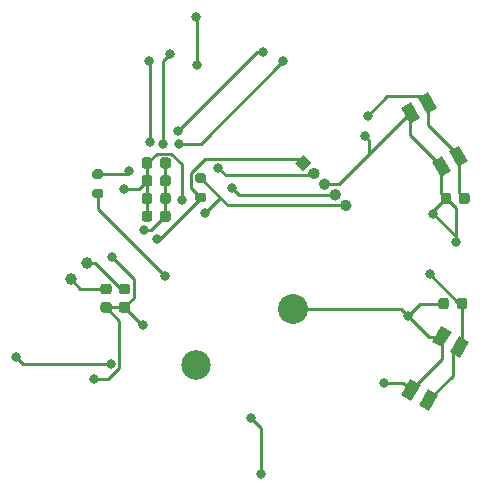
<source format=gbr>
%TF.GenerationSoftware,KiCad,Pcbnew,5.1.8-1.fc33*%
%TF.CreationDate,2020-12-06T10:48:01+01:00*%
%TF.ProjectId,lightring,6c696768-7472-4696-9e67-2e6b69636164,rev?*%
%TF.SameCoordinates,Original*%
%TF.FileFunction,Copper,L2,Bot*%
%TF.FilePolarity,Positive*%
%FSLAX46Y46*%
G04 Gerber Fmt 4.6, Leading zero omitted, Abs format (unit mm)*
G04 Created by KiCad (PCBNEW 5.1.8-1.fc33) date 2020-12-06 10:48:01*
%MOMM*%
%LPD*%
G01*
G04 APERTURE LIST*
%TA.AperFunction,ComponentPad*%
%ADD10C,2.500000*%
%TD*%
%TA.AperFunction,ComponentPad*%
%ADD11C,2.540000*%
%TD*%
%TA.AperFunction,SMDPad,CuDef*%
%ADD12C,0.100000*%
%TD*%
%TA.AperFunction,ComponentPad*%
%ADD13C,1.000000*%
%TD*%
%TA.AperFunction,ComponentPad*%
%ADD14C,0.100000*%
%TD*%
%TA.AperFunction,ViaPad*%
%ADD15C,0.800000*%
%TD*%
%TA.AperFunction,Conductor*%
%ADD16C,0.250000*%
%TD*%
G04 APERTURE END LIST*
D10*
%TO.P,BT1,1*%
%TO.N,VCC*%
X167100000Y-89600000D03*
D11*
%TO.P,BT1,2*%
%TO.N,GND*%
X175353222Y-84835000D03*
%TD*%
%TO.P,R43,1*%
%TO.N,VCC*%
%TA.AperFunction,SMDPad,CuDef*%
G36*
G01*
X167225000Y-73375000D02*
X167775000Y-73375000D01*
G75*
G02*
X167975000Y-73575000I0J-200000D01*
G01*
X167975000Y-73975000D01*
G75*
G02*
X167775000Y-74175000I-200000J0D01*
G01*
X167225000Y-74175000D01*
G75*
G02*
X167025000Y-73975000I0J200000D01*
G01*
X167025000Y-73575000D01*
G75*
G02*
X167225000Y-73375000I200000J0D01*
G01*
G37*
%TD.AperFunction*%
%TO.P,R43,2*%
%TO.N,Net-(J1-Pad1)*%
%TA.AperFunction,SMDPad,CuDef*%
G36*
G01*
X167225000Y-75025000D02*
X167775000Y-75025000D01*
G75*
G02*
X167975000Y-75225000I0J-200000D01*
G01*
X167975000Y-75625000D01*
G75*
G02*
X167775000Y-75825000I-200000J0D01*
G01*
X167225000Y-75825000D01*
G75*
G02*
X167025000Y-75625000I0J200000D01*
G01*
X167025000Y-75225000D01*
G75*
G02*
X167225000Y-75025000I200000J0D01*
G01*
G37*
%TD.AperFunction*%
%TD*%
%TA.AperFunction,SMDPad,CuDef*%
D12*
%TO.P,SW1,2*%
%TO.N,GND*%
G36*
X184430865Y-67830513D02*
G01*
X185296891Y-67330513D01*
X186071891Y-68672853D01*
X185205865Y-69172853D01*
X184430865Y-67830513D01*
G37*
%TD.AperFunction*%
%TA.AperFunction,SMDPad,CuDef*%
G36*
X187055865Y-72377147D02*
G01*
X187921891Y-71877147D01*
X188696891Y-73219487D01*
X187830865Y-73719487D01*
X187055865Y-72377147D01*
G37*
%TD.AperFunction*%
%TA.AperFunction,SMDPad,CuDef*%
%TO.P,SW1,1*%
%TO.N,WAKE*%
G36*
X188528109Y-71527147D02*
G01*
X189394135Y-71027147D01*
X190169135Y-72369487D01*
X189303109Y-72869487D01*
X188528109Y-71527147D01*
G37*
%TD.AperFunction*%
%TA.AperFunction,SMDPad,CuDef*%
G36*
X185903109Y-66980513D02*
G01*
X186769135Y-66480513D01*
X187544135Y-67822853D01*
X186678109Y-68322853D01*
X185903109Y-66980513D01*
G37*
%TD.AperFunction*%
%TD*%
%TA.AperFunction,SMDPad,CuDef*%
%TO.P,SW2,1*%
%TO.N,SET*%
G36*
X189353109Y-87130513D02*
G01*
X190219135Y-87630513D01*
X189444135Y-88972853D01*
X188578109Y-88472853D01*
X189353109Y-87130513D01*
G37*
%TD.AperFunction*%
%TA.AperFunction,SMDPad,CuDef*%
G36*
X186728109Y-91677147D02*
G01*
X187594135Y-92177147D01*
X186819135Y-93519487D01*
X185953109Y-93019487D01*
X186728109Y-91677147D01*
G37*
%TD.AperFunction*%
%TA.AperFunction,SMDPad,CuDef*%
%TO.P,SW2,2*%
%TO.N,GND*%
G36*
X185255865Y-90827147D02*
G01*
X186121891Y-91327147D01*
X185346891Y-92669487D01*
X184480865Y-92169487D01*
X185255865Y-90827147D01*
G37*
%TD.AperFunction*%
%TA.AperFunction,SMDPad,CuDef*%
G36*
X187880865Y-86280513D02*
G01*
X188746891Y-86780513D01*
X187971891Y-88122853D01*
X187105865Y-87622853D01*
X187880865Y-86280513D01*
G37*
%TD.AperFunction*%
%TD*%
D13*
%TO.P,Y1,1*%
%TO.N,XTAL1*%
X156500000Y-82350000D03*
%TO.P,Y1,2*%
%TO.N,XTAL2*%
X157843503Y-81006497D03*
%TD*%
%TO.P,C1,2*%
%TO.N,GND*%
%TA.AperFunction,SMDPad,CuDef*%
G36*
G01*
X159250000Y-84275000D02*
X159750000Y-84275000D01*
G75*
G02*
X159975000Y-84500000I0J-225000D01*
G01*
X159975000Y-84950000D01*
G75*
G02*
X159750000Y-85175000I-225000J0D01*
G01*
X159250000Y-85175000D01*
G75*
G02*
X159025000Y-84950000I0J225000D01*
G01*
X159025000Y-84500000D01*
G75*
G02*
X159250000Y-84275000I225000J0D01*
G01*
G37*
%TD.AperFunction*%
%TO.P,C1,1*%
%TO.N,XTAL1*%
%TA.AperFunction,SMDPad,CuDef*%
G36*
G01*
X159250000Y-82725000D02*
X159750000Y-82725000D01*
G75*
G02*
X159975000Y-82950000I0J-225000D01*
G01*
X159975000Y-83400000D01*
G75*
G02*
X159750000Y-83625000I-225000J0D01*
G01*
X159250000Y-83625000D01*
G75*
G02*
X159025000Y-83400000I0J225000D01*
G01*
X159025000Y-82950000D01*
G75*
G02*
X159250000Y-82725000I225000J0D01*
G01*
G37*
%TD.AperFunction*%
%TD*%
%TO.P,C2,1*%
%TO.N,VCC*%
%TA.AperFunction,SMDPad,CuDef*%
G36*
G01*
X162525000Y-75750000D02*
X162525000Y-75250000D01*
G75*
G02*
X162750000Y-75025000I225000J0D01*
G01*
X163200000Y-75025000D01*
G75*
G02*
X163425000Y-75250000I0J-225000D01*
G01*
X163425000Y-75750000D01*
G75*
G02*
X163200000Y-75975000I-225000J0D01*
G01*
X162750000Y-75975000D01*
G75*
G02*
X162525000Y-75750000I0J225000D01*
G01*
G37*
%TD.AperFunction*%
%TO.P,C2,2*%
%TO.N,GND*%
%TA.AperFunction,SMDPad,CuDef*%
G36*
G01*
X164075000Y-75750000D02*
X164075000Y-75250000D01*
G75*
G02*
X164300000Y-75025000I225000J0D01*
G01*
X164750000Y-75025000D01*
G75*
G02*
X164975000Y-75250000I0J-225000D01*
G01*
X164975000Y-75750000D01*
G75*
G02*
X164750000Y-75975000I-225000J0D01*
G01*
X164300000Y-75975000D01*
G75*
G02*
X164075000Y-75750000I0J225000D01*
G01*
G37*
%TD.AperFunction*%
%TD*%
%TO.P,C3,2*%
%TO.N,WAKE*%
%TA.AperFunction,SMDPad,CuDef*%
G36*
G01*
X189375000Y-75750000D02*
X189375000Y-75250000D01*
G75*
G02*
X189600000Y-75025000I225000J0D01*
G01*
X190050000Y-75025000D01*
G75*
G02*
X190275000Y-75250000I0J-225000D01*
G01*
X190275000Y-75750000D01*
G75*
G02*
X190050000Y-75975000I-225000J0D01*
G01*
X189600000Y-75975000D01*
G75*
G02*
X189375000Y-75750000I0J225000D01*
G01*
G37*
%TD.AperFunction*%
%TO.P,C3,1*%
%TO.N,GND*%
%TA.AperFunction,SMDPad,CuDef*%
G36*
G01*
X187825000Y-75750000D02*
X187825000Y-75250000D01*
G75*
G02*
X188050000Y-75025000I225000J0D01*
G01*
X188500000Y-75025000D01*
G75*
G02*
X188725000Y-75250000I0J-225000D01*
G01*
X188725000Y-75750000D01*
G75*
G02*
X188500000Y-75975000I-225000J0D01*
G01*
X188050000Y-75975000D01*
G75*
G02*
X187825000Y-75750000I0J225000D01*
G01*
G37*
%TD.AperFunction*%
%TD*%
%TO.P,C4,1*%
%TO.N,GND*%
%TA.AperFunction,SMDPad,CuDef*%
G36*
G01*
X187625000Y-84650000D02*
X187625000Y-84150000D01*
G75*
G02*
X187850000Y-83925000I225000J0D01*
G01*
X188300000Y-83925000D01*
G75*
G02*
X188525000Y-84150000I0J-225000D01*
G01*
X188525000Y-84650000D01*
G75*
G02*
X188300000Y-84875000I-225000J0D01*
G01*
X187850000Y-84875000D01*
G75*
G02*
X187625000Y-84650000I0J225000D01*
G01*
G37*
%TD.AperFunction*%
%TO.P,C4,2*%
%TO.N,SET*%
%TA.AperFunction,SMDPad,CuDef*%
G36*
G01*
X189175000Y-84650000D02*
X189175000Y-84150000D01*
G75*
G02*
X189400000Y-83925000I225000J0D01*
G01*
X189850000Y-83925000D01*
G75*
G02*
X190075000Y-84150000I0J-225000D01*
G01*
X190075000Y-84650000D01*
G75*
G02*
X189850000Y-84875000I-225000J0D01*
G01*
X189400000Y-84875000D01*
G75*
G02*
X189175000Y-84650000I0J225000D01*
G01*
G37*
%TD.AperFunction*%
%TD*%
%TO.P,C5,1*%
%TO.N,XTAL2*%
%TA.AperFunction,SMDPad,CuDef*%
G36*
G01*
X160800000Y-82725000D02*
X161300000Y-82725000D01*
G75*
G02*
X161525000Y-82950000I0J-225000D01*
G01*
X161525000Y-83400000D01*
G75*
G02*
X161300000Y-83625000I-225000J0D01*
G01*
X160800000Y-83625000D01*
G75*
G02*
X160575000Y-83400000I0J225000D01*
G01*
X160575000Y-82950000D01*
G75*
G02*
X160800000Y-82725000I225000J0D01*
G01*
G37*
%TD.AperFunction*%
%TO.P,C5,2*%
%TO.N,GND*%
%TA.AperFunction,SMDPad,CuDef*%
G36*
G01*
X160800000Y-84275000D02*
X161300000Y-84275000D01*
G75*
G02*
X161525000Y-84500000I0J-225000D01*
G01*
X161525000Y-84950000D01*
G75*
G02*
X161300000Y-85175000I-225000J0D01*
G01*
X160800000Y-85175000D01*
G75*
G02*
X160575000Y-84950000I0J225000D01*
G01*
X160575000Y-84500000D01*
G75*
G02*
X160800000Y-84275000I225000J0D01*
G01*
G37*
%TD.AperFunction*%
%TD*%
%TO.P,C6,2*%
%TO.N,GND*%
%TA.AperFunction,SMDPad,CuDef*%
G36*
G01*
X164075000Y-77250000D02*
X164075000Y-76750000D01*
G75*
G02*
X164300000Y-76525000I225000J0D01*
G01*
X164750000Y-76525000D01*
G75*
G02*
X164975000Y-76750000I0J-225000D01*
G01*
X164975000Y-77250000D01*
G75*
G02*
X164750000Y-77475000I-225000J0D01*
G01*
X164300000Y-77475000D01*
G75*
G02*
X164075000Y-77250000I0J225000D01*
G01*
G37*
%TD.AperFunction*%
%TO.P,C6,1*%
%TO.N,VCC*%
%TA.AperFunction,SMDPad,CuDef*%
G36*
G01*
X162525000Y-77250000D02*
X162525000Y-76750000D01*
G75*
G02*
X162750000Y-76525000I225000J0D01*
G01*
X163200000Y-76525000D01*
G75*
G02*
X163425000Y-76750000I0J-225000D01*
G01*
X163425000Y-77250000D01*
G75*
G02*
X163200000Y-77475000I-225000J0D01*
G01*
X162750000Y-77475000D01*
G75*
G02*
X162525000Y-77250000I0J225000D01*
G01*
G37*
%TD.AperFunction*%
%TD*%
%TO.P,C7,1*%
%TO.N,VCC*%
%TA.AperFunction,SMDPad,CuDef*%
G36*
G01*
X162525000Y-72750000D02*
X162525000Y-72250000D01*
G75*
G02*
X162750000Y-72025000I225000J0D01*
G01*
X163200000Y-72025000D01*
G75*
G02*
X163425000Y-72250000I0J-225000D01*
G01*
X163425000Y-72750000D01*
G75*
G02*
X163200000Y-72975000I-225000J0D01*
G01*
X162750000Y-72975000D01*
G75*
G02*
X162525000Y-72750000I0J225000D01*
G01*
G37*
%TD.AperFunction*%
%TO.P,C7,2*%
%TO.N,GND*%
%TA.AperFunction,SMDPad,CuDef*%
G36*
G01*
X164075000Y-72750000D02*
X164075000Y-72250000D01*
G75*
G02*
X164300000Y-72025000I225000J0D01*
G01*
X164750000Y-72025000D01*
G75*
G02*
X164975000Y-72250000I0J-225000D01*
G01*
X164975000Y-72750000D01*
G75*
G02*
X164750000Y-72975000I-225000J0D01*
G01*
X164300000Y-72975000D01*
G75*
G02*
X164075000Y-72750000I0J225000D01*
G01*
G37*
%TD.AperFunction*%
%TD*%
%TO.P,C8,2*%
%TO.N,GND*%
%TA.AperFunction,SMDPad,CuDef*%
G36*
G01*
X164075000Y-74250000D02*
X164075000Y-73750000D01*
G75*
G02*
X164300000Y-73525000I225000J0D01*
G01*
X164750000Y-73525000D01*
G75*
G02*
X164975000Y-73750000I0J-225000D01*
G01*
X164975000Y-74250000D01*
G75*
G02*
X164750000Y-74475000I-225000J0D01*
G01*
X164300000Y-74475000D01*
G75*
G02*
X164075000Y-74250000I0J225000D01*
G01*
G37*
%TD.AperFunction*%
%TO.P,C8,1*%
%TO.N,VCC*%
%TA.AperFunction,SMDPad,CuDef*%
G36*
G01*
X162525000Y-74250000D02*
X162525000Y-73750000D01*
G75*
G02*
X162750000Y-73525000I225000J0D01*
G01*
X163200000Y-73525000D01*
G75*
G02*
X163425000Y-73750000I0J-225000D01*
G01*
X163425000Y-74250000D01*
G75*
G02*
X163200000Y-74475000I-225000J0D01*
G01*
X162750000Y-74475000D01*
G75*
G02*
X162525000Y-74250000I0J225000D01*
G01*
G37*
%TD.AperFunction*%
%TD*%
%TA.AperFunction,ComponentPad*%
D14*
%TO.P,J1,1*%
%TO.N,Net-(J1-Pad1)*%
G36*
X176200000Y-73207107D02*
G01*
X175492893Y-72500000D01*
X176200000Y-71792893D01*
X176907107Y-72500000D01*
X176200000Y-73207107D01*
G37*
%TD.AperFunction*%
%TO.P,J1,2*%
%TO.N,SWDIO*%
%TA.AperFunction,ComponentPad*%
G36*
G01*
X176744473Y-73751579D02*
X176744473Y-73751579D01*
G75*
G02*
X176744473Y-73044473I353553J353553D01*
G01*
X176744473Y-73044473D01*
G75*
G02*
X177451579Y-73044473I353553J-353553D01*
G01*
X177451579Y-73044473D01*
G75*
G02*
X177451579Y-73751579I-353553J-353553D01*
G01*
X177451579Y-73751579D01*
G75*
G02*
X176744473Y-73751579I-353553J353553D01*
G01*
G37*
%TD.AperFunction*%
%TO.P,J1,3*%
%TO.N,GND*%
%TA.AperFunction,ComponentPad*%
G36*
G01*
X177642498Y-74649604D02*
X177642498Y-74649604D01*
G75*
G02*
X177642498Y-73942498I353553J353553D01*
G01*
X177642498Y-73942498D01*
G75*
G02*
X178349604Y-73942498I353553J-353553D01*
G01*
X178349604Y-73942498D01*
G75*
G02*
X178349604Y-74649604I-353553J-353553D01*
G01*
X178349604Y-74649604D01*
G75*
G02*
X177642498Y-74649604I-353553J353553D01*
G01*
G37*
%TD.AperFunction*%
%TO.P,J1,4*%
%TO.N,SWCLK*%
%TA.AperFunction,ComponentPad*%
G36*
G01*
X178540524Y-75547630D02*
X178540524Y-75547630D01*
G75*
G02*
X178540524Y-74840524I353553J353553D01*
G01*
X178540524Y-74840524D01*
G75*
G02*
X179247630Y-74840524I353553J-353553D01*
G01*
X179247630Y-74840524D01*
G75*
G02*
X179247630Y-75547630I-353553J-353553D01*
G01*
X179247630Y-75547630D01*
G75*
G02*
X178540524Y-75547630I-353553J353553D01*
G01*
G37*
%TD.AperFunction*%
%TO.P,J1,5*%
%TO.N,VCC*%
%TA.AperFunction,ComponentPad*%
G36*
G01*
X179438549Y-76445655D02*
X179438549Y-76445655D01*
G75*
G02*
X179438549Y-75738549I353553J353553D01*
G01*
X179438549Y-75738549D01*
G75*
G02*
X180145655Y-75738549I353553J-353553D01*
G01*
X180145655Y-75738549D01*
G75*
G02*
X180145655Y-76445655I-353553J-353553D01*
G01*
X180145655Y-76445655D01*
G75*
G02*
X179438549Y-76445655I-353553J353553D01*
G01*
G37*
%TD.AperFunction*%
%TD*%
%TO.P,R44,2*%
%TO.N,Net-(D43-Pad2)*%
%TA.AperFunction,SMDPad,CuDef*%
G36*
G01*
X158525000Y-74700000D02*
X159075000Y-74700000D01*
G75*
G02*
X159275000Y-74900000I0J-200000D01*
G01*
X159275000Y-75300000D01*
G75*
G02*
X159075000Y-75500000I-200000J0D01*
G01*
X158525000Y-75500000D01*
G75*
G02*
X158325000Y-75300000I0J200000D01*
G01*
X158325000Y-74900000D01*
G75*
G02*
X158525000Y-74700000I200000J0D01*
G01*
G37*
%TD.AperFunction*%
%TO.P,R44,1*%
%TO.N,WORK*%
%TA.AperFunction,SMDPad,CuDef*%
G36*
G01*
X158525000Y-73050000D02*
X159075000Y-73050000D01*
G75*
G02*
X159275000Y-73250000I0J-200000D01*
G01*
X159275000Y-73650000D01*
G75*
G02*
X159075000Y-73850000I-200000J0D01*
G01*
X158525000Y-73850000D01*
G75*
G02*
X158325000Y-73650000I0J200000D01*
G01*
X158325000Y-73250000D01*
G75*
G02*
X158525000Y-73050000I200000J0D01*
G01*
G37*
%TD.AperFunction*%
%TD*%
D15*
%TO.N,VCC*%
X161000000Y-74700000D03*
X165900000Y-75600000D03*
X167900000Y-76700000D03*
%TO.N,GND*%
X181400000Y-70200000D03*
X162700000Y-78200000D03*
X160000000Y-80500000D03*
X167200000Y-64200000D03*
X167100000Y-60100000D03*
X189100000Y-79200000D03*
X185069142Y-85430858D03*
X183000000Y-91100000D03*
X172600000Y-98800000D03*
X171800000Y-94100000D03*
X158500000Y-90800000D03*
X187200000Y-76800000D03*
X162600000Y-86200000D03*
%TO.N,WAKE*%
X181650000Y-68500000D03*
%TO.N,SET*%
X186900000Y-81900000D03*
%TO.N,M1*%
X165600000Y-69800000D03*
X172800000Y-63100000D03*
%TO.N,M2*%
X165700000Y-70900000D03*
X174500000Y-63900000D03*
%TO.N,M20*%
X159900000Y-89500000D03*
X151900000Y-88900000D03*
%TO.N,M28*%
X163200000Y-70700000D03*
X163100000Y-63900000D03*
%TO.N,M29*%
X164300000Y-70900000D03*
X164900000Y-63300000D03*
%TO.N,SWDIO*%
X169000000Y-72900000D03*
%TO.N,SWCLK*%
X170200000Y-74600000D03*
%TO.N,Net-(J1-Pad1)*%
X163800000Y-78900000D03*
%TO.N,Net-(D43-Pad2)*%
X164500000Y-82100000D03*
%TO.N,WORK*%
X161400000Y-73200000D03*
%TD*%
D16*
%TO.N,VCC*%
X162975000Y-72500000D02*
X162975000Y-77000000D01*
X162275000Y-74700000D02*
X162975000Y-74000000D01*
X161000000Y-74700000D02*
X162275000Y-74700000D01*
X169817102Y-76092102D02*
X179792102Y-76092102D01*
X165900000Y-72622166D02*
X165900000Y-75600000D01*
X164977824Y-71699990D02*
X165900000Y-72622166D01*
X163775010Y-71699990D02*
X164977824Y-71699990D01*
X162975000Y-72500000D02*
X163775010Y-71699990D01*
X169062500Y-75537500D02*
X169262500Y-75537500D01*
X167900000Y-76700000D02*
X169062500Y-75537500D01*
X169262500Y-75537500D02*
X169817102Y-76092102D01*
X167500000Y-73775000D02*
X169262500Y-75537500D01*
%TO.N,GND*%
X177996051Y-74296051D02*
X179207010Y-74296051D01*
X185251378Y-70173317D02*
X187876378Y-72798317D01*
X185251378Y-68251683D02*
X185251378Y-70173317D01*
X181801530Y-70601530D02*
X181801530Y-71701530D01*
X181400000Y-70200000D02*
X181801530Y-70601530D01*
X181801530Y-71701530D02*
X185251378Y-68251683D01*
X179207010Y-74296051D02*
X181801530Y-71701530D01*
X164525000Y-72500000D02*
X164525000Y-77000000D01*
X163325000Y-78200000D02*
X164525000Y-77000000D01*
X162700000Y-78200000D02*
X163325000Y-78200000D01*
X159500000Y-84725000D02*
X161050000Y-84725000D01*
X161850010Y-82350010D02*
X160000000Y-80500000D01*
X161850010Y-83924990D02*
X161850010Y-82350010D01*
X161050000Y-84725000D02*
X161850010Y-83924990D01*
X167200000Y-60200000D02*
X167100000Y-60100000D01*
X167200000Y-64200000D02*
X167200000Y-60200000D01*
X187876378Y-75101378D02*
X188275000Y-75500000D01*
X187876378Y-72798317D02*
X187876378Y-75101378D01*
X189100000Y-76325000D02*
X188275000Y-75500000D01*
X189100000Y-79200000D02*
X189100000Y-76325000D01*
X187926378Y-89123317D02*
X185301378Y-91748317D01*
X187926378Y-87201683D02*
X187926378Y-89123317D01*
X186839967Y-87201683D02*
X185069142Y-85430858D01*
X187926378Y-87201683D02*
X186839967Y-87201683D01*
X184653061Y-91100000D02*
X185301378Y-91748317D01*
X183000000Y-91100000D02*
X184653061Y-91100000D01*
X172600000Y-94900000D02*
X172600000Y-98800000D01*
X171800000Y-94100000D02*
X172600000Y-94900000D01*
X160625001Y-85850001D02*
X159500000Y-84725000D01*
X160625001Y-89848001D02*
X160625001Y-85850001D01*
X159673002Y-90800000D02*
X160625001Y-89848001D01*
X158500000Y-90800000D02*
X159673002Y-90800000D01*
X187200000Y-76575000D02*
X188275000Y-75500000D01*
X187200000Y-76800000D02*
X187200000Y-76575000D01*
X184473284Y-84835000D02*
X185069142Y-85430858D01*
X175353222Y-84835000D02*
X184473284Y-84835000D01*
X186100000Y-84400000D02*
X185069142Y-85430858D01*
X188075000Y-84400000D02*
X186100000Y-84400000D01*
X189100000Y-78700000D02*
X189100000Y-79200000D01*
X187200000Y-76800000D02*
X189100000Y-78700000D01*
X162525000Y-86200000D02*
X161050000Y-84725000D01*
X162600000Y-86200000D02*
X162525000Y-86200000D01*
%TO.N,XTAL1*%
X157325000Y-83175000D02*
X156500000Y-82350000D01*
X159500000Y-83175000D02*
X157325000Y-83175000D01*
%TO.N,WAKE*%
X186156283Y-66834344D02*
X186723622Y-67401683D01*
X183315656Y-66834344D02*
X186156283Y-66834344D01*
X181650000Y-68500000D02*
X183315656Y-66834344D01*
X186723622Y-69323317D02*
X189348622Y-71948317D01*
X186723622Y-67401683D02*
X186723622Y-69323317D01*
X189348622Y-75023622D02*
X189825000Y-75500000D01*
X189348622Y-71948317D02*
X189348622Y-75023622D01*
%TO.N,SET*%
X189400000Y-84400000D02*
X189625000Y-84400000D01*
X186900000Y-81900000D02*
X189400000Y-84400000D01*
X189625000Y-87825305D02*
X189398622Y-88051683D01*
X189625000Y-84400000D02*
X189625000Y-87825305D01*
X188831283Y-88619022D02*
X189398622Y-88051683D01*
X188831283Y-90540656D02*
X188831283Y-88619022D01*
X186773622Y-92598317D02*
X188831283Y-90540656D01*
%TO.N,XTAL2*%
X160752834Y-83175000D02*
X161050000Y-83175000D01*
X158584331Y-81006497D02*
X160752834Y-83175000D01*
X157843503Y-81006497D02*
X158584331Y-81006497D01*
%TO.N,M1*%
X172300000Y-63100000D02*
X172800000Y-63100000D01*
X165600000Y-69800000D02*
X172300000Y-63100000D01*
%TO.N,M2*%
X167500000Y-70900000D02*
X174500000Y-63900000D01*
X165700000Y-70900000D02*
X167500000Y-70900000D01*
%TO.N,M20*%
X152500000Y-89500000D02*
X151900000Y-88900000D01*
X159900000Y-89500000D02*
X152500000Y-89500000D01*
%TO.N,M28*%
X163200000Y-64000000D02*
X163100000Y-63900000D01*
X163200000Y-70700000D02*
X163200000Y-64000000D01*
%TO.N,M29*%
X164300000Y-63900000D02*
X164900000Y-63300000D01*
X164300000Y-70900000D02*
X164300000Y-63900000D01*
%TO.N,SWDIO*%
X176963935Y-73532117D02*
X177098026Y-73398026D01*
X169632117Y-73532117D02*
X176963935Y-73532117D01*
X169000000Y-72900000D02*
X169632117Y-73532117D01*
%TO.N,SWCLK*%
X170794077Y-75194077D02*
X178894077Y-75194077D01*
X170200000Y-74600000D02*
X170794077Y-75194077D01*
%TO.N,Net-(J1-Pad1)*%
X164025000Y-78900000D02*
X167500000Y-75425000D01*
X163800000Y-78900000D02*
X164025000Y-78900000D01*
X175846447Y-72146447D02*
X176200000Y-72500000D01*
X166699990Y-73357532D02*
X167911075Y-72146447D01*
X167911075Y-72146447D02*
X175846447Y-72146447D01*
X166699990Y-74624990D02*
X166699990Y-73357532D01*
X167500000Y-75425000D02*
X166699990Y-74624990D01*
%TO.N,Net-(D43-Pad2)*%
X158800000Y-76400000D02*
X164500000Y-82100000D01*
X158800000Y-75100000D02*
X158800000Y-76400000D01*
%TO.N,WORK*%
X161150000Y-73450000D02*
X161400000Y-73200000D01*
X158800000Y-73450000D02*
X161150000Y-73450000D01*
%TD*%
M02*

</source>
